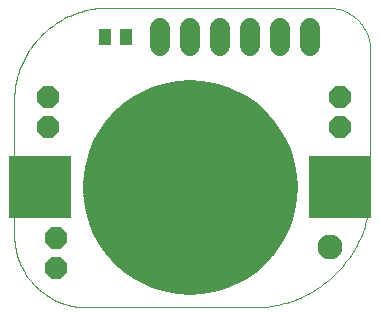
<source format=gbs>
G75*
%MOIN*%
%OFA0B0*%
%FSLAX25Y25*%
%IPPOS*%
%LPD*%
%AMOC8*
5,1,8,0,0,1.08239X$1,22.5*
%
%ADD10C,0.00000*%
%ADD11R,0.03950X0.05524*%
%ADD12C,0.06800*%
%ADD13R,0.16800X0.16800*%
%ADD14R,0.20800X0.20800*%
%ADD15C,0.00500*%
%ADD16OC8,0.07400*%
%ADD17C,0.08300*%
D10*
X0032342Y0015582D02*
X0087749Y0015582D01*
X0087749Y0015583D02*
X0088693Y0015594D01*
X0089636Y0015629D01*
X0090578Y0015686D01*
X0091518Y0015765D01*
X0092456Y0015868D01*
X0093391Y0015993D01*
X0094324Y0016140D01*
X0095252Y0016311D01*
X0096176Y0016503D01*
X0097095Y0016718D01*
X0098008Y0016955D01*
X0098915Y0017214D01*
X0099816Y0017494D01*
X0100710Y0017797D01*
X0101597Y0018121D01*
X0102475Y0018466D01*
X0103345Y0018832D01*
X0104205Y0019220D01*
X0105056Y0019628D01*
X0105897Y0020056D01*
X0106727Y0020505D01*
X0107546Y0020973D01*
X0108354Y0021461D01*
X0109149Y0021969D01*
X0109932Y0022496D01*
X0110703Y0023041D01*
X0111459Y0023605D01*
X0112202Y0024187D01*
X0112931Y0024787D01*
X0113645Y0025404D01*
X0114343Y0026038D01*
X0115027Y0026689D01*
X0115694Y0027356D01*
X0116345Y0028040D01*
X0116979Y0028738D01*
X0117596Y0029452D01*
X0118196Y0030181D01*
X0118778Y0030924D01*
X0119342Y0031680D01*
X0119887Y0032451D01*
X0120414Y0033234D01*
X0120922Y0034029D01*
X0121410Y0034837D01*
X0121878Y0035656D01*
X0122327Y0036486D01*
X0122755Y0037327D01*
X0123163Y0038178D01*
X0123551Y0039038D01*
X0123917Y0039908D01*
X0124262Y0040786D01*
X0124586Y0041673D01*
X0124889Y0042567D01*
X0125169Y0043468D01*
X0125428Y0044375D01*
X0125665Y0045288D01*
X0125880Y0046207D01*
X0126072Y0047131D01*
X0126243Y0048059D01*
X0126390Y0048992D01*
X0126515Y0049927D01*
X0126618Y0050865D01*
X0126697Y0051805D01*
X0126754Y0052747D01*
X0126789Y0053690D01*
X0126800Y0054634D01*
X0126800Y0101417D01*
X0126796Y0101757D01*
X0126784Y0102098D01*
X0126763Y0102437D01*
X0126734Y0102777D01*
X0126697Y0103115D01*
X0126652Y0103452D01*
X0126599Y0103789D01*
X0126538Y0104123D01*
X0126468Y0104457D01*
X0126391Y0104788D01*
X0126305Y0105118D01*
X0126212Y0105445D01*
X0126111Y0105770D01*
X0126001Y0106093D01*
X0125885Y0106412D01*
X0125760Y0106729D01*
X0125628Y0107043D01*
X0125488Y0107353D01*
X0125341Y0107660D01*
X0125186Y0107964D01*
X0125025Y0108263D01*
X0124856Y0108559D01*
X0124679Y0108850D01*
X0124496Y0109137D01*
X0124306Y0109419D01*
X0124110Y0109697D01*
X0123906Y0109970D01*
X0123696Y0110238D01*
X0123480Y0110501D01*
X0123257Y0110758D01*
X0123028Y0111010D01*
X0122794Y0111257D01*
X0122553Y0111498D01*
X0122306Y0111732D01*
X0122054Y0111961D01*
X0121797Y0112184D01*
X0121534Y0112400D01*
X0121266Y0112610D01*
X0120993Y0112814D01*
X0120715Y0113010D01*
X0120433Y0113200D01*
X0120146Y0113383D01*
X0119855Y0113560D01*
X0119559Y0113729D01*
X0119260Y0113890D01*
X0118956Y0114045D01*
X0118649Y0114192D01*
X0118339Y0114332D01*
X0118025Y0114464D01*
X0117708Y0114589D01*
X0117389Y0114705D01*
X0117066Y0114815D01*
X0116741Y0114916D01*
X0116414Y0115009D01*
X0116084Y0115095D01*
X0115753Y0115172D01*
X0115419Y0115242D01*
X0115085Y0115303D01*
X0114748Y0115356D01*
X0114411Y0115401D01*
X0114073Y0115438D01*
X0113733Y0115467D01*
X0113394Y0115488D01*
X0113053Y0115500D01*
X0112713Y0115504D01*
X0039260Y0115504D01*
X0038507Y0115495D01*
X0037755Y0115468D01*
X0037003Y0115422D01*
X0036253Y0115359D01*
X0035504Y0115277D01*
X0034758Y0115177D01*
X0034014Y0115059D01*
X0033273Y0114923D01*
X0032536Y0114770D01*
X0031803Y0114599D01*
X0031074Y0114409D01*
X0030350Y0114203D01*
X0029631Y0113979D01*
X0028917Y0113738D01*
X0028210Y0113479D01*
X0027509Y0113204D01*
X0026815Y0112911D01*
X0026129Y0112602D01*
X0025450Y0112277D01*
X0024779Y0111935D01*
X0024116Y0111577D01*
X0023463Y0111203D01*
X0022818Y0110813D01*
X0022183Y0110408D01*
X0021559Y0109988D01*
X0020944Y0109553D01*
X0020340Y0109103D01*
X0019747Y0108638D01*
X0019166Y0108160D01*
X0018596Y0107667D01*
X0018039Y0107161D01*
X0017494Y0106642D01*
X0016961Y0106109D01*
X0016442Y0105564D01*
X0015936Y0105007D01*
X0015443Y0104437D01*
X0014965Y0103856D01*
X0014500Y0103263D01*
X0014050Y0102659D01*
X0013615Y0102044D01*
X0013195Y0101420D01*
X0012790Y0100785D01*
X0012400Y0100140D01*
X0012026Y0099487D01*
X0011668Y0098824D01*
X0011326Y0098153D01*
X0011001Y0097474D01*
X0010692Y0096788D01*
X0010399Y0096094D01*
X0010124Y0095393D01*
X0009865Y0094686D01*
X0009624Y0093972D01*
X0009400Y0093253D01*
X0009194Y0092529D01*
X0009004Y0091800D01*
X0008833Y0091067D01*
X0008680Y0090330D01*
X0008544Y0089589D01*
X0008426Y0088845D01*
X0008326Y0088099D01*
X0008244Y0087350D01*
X0008181Y0086600D01*
X0008135Y0085848D01*
X0008108Y0085096D01*
X0008099Y0084343D01*
X0008099Y0039825D01*
X0008106Y0039230D01*
X0008128Y0038635D01*
X0008165Y0038042D01*
X0008216Y0037449D01*
X0008281Y0036857D01*
X0008361Y0036268D01*
X0008456Y0035680D01*
X0008565Y0035095D01*
X0008688Y0034513D01*
X0008826Y0033934D01*
X0008977Y0033359D01*
X0009143Y0032788D01*
X0009323Y0032220D01*
X0009516Y0031658D01*
X0009723Y0031100D01*
X0009944Y0030548D01*
X0010179Y0030001D01*
X0010427Y0029460D01*
X0010688Y0028925D01*
X0010962Y0028397D01*
X0011248Y0027876D01*
X0011548Y0027362D01*
X0011860Y0026855D01*
X0012185Y0026356D01*
X0012521Y0025866D01*
X0012870Y0025383D01*
X0013230Y0024910D01*
X0013602Y0024445D01*
X0013985Y0023990D01*
X0014379Y0023544D01*
X0014784Y0023108D01*
X0015200Y0022683D01*
X0015625Y0022267D01*
X0016061Y0021862D01*
X0016507Y0021468D01*
X0016962Y0021085D01*
X0017427Y0020713D01*
X0017900Y0020353D01*
X0018383Y0020004D01*
X0018873Y0019668D01*
X0019372Y0019343D01*
X0019879Y0019031D01*
X0020393Y0018731D01*
X0020914Y0018445D01*
X0021442Y0018171D01*
X0021977Y0017910D01*
X0022518Y0017662D01*
X0023065Y0017427D01*
X0023617Y0017206D01*
X0024175Y0016999D01*
X0024737Y0016806D01*
X0025305Y0016626D01*
X0025876Y0016460D01*
X0026451Y0016309D01*
X0027030Y0016171D01*
X0027612Y0016048D01*
X0028197Y0015939D01*
X0028785Y0015844D01*
X0029374Y0015764D01*
X0029966Y0015699D01*
X0030559Y0015648D01*
X0031152Y0015611D01*
X0031747Y0015589D01*
X0032342Y0015582D01*
D11*
X0038257Y0105582D03*
X0045343Y0105582D03*
D12*
X0056800Y0108582D02*
X0056800Y0102582D01*
X0066800Y0102582D02*
X0066800Y0108582D01*
X0076800Y0108582D02*
X0076800Y0102582D01*
X0086800Y0102582D02*
X0086800Y0108582D01*
X0096800Y0108582D02*
X0096800Y0102582D01*
X0106800Y0102582D02*
X0106800Y0108582D01*
D13*
X0066800Y0055582D03*
D14*
X0116800Y0055582D03*
X0016800Y0055582D03*
D15*
X0031367Y0055582D02*
X0031590Y0051615D01*
X0032255Y0047698D01*
X0033355Y0043880D01*
X0034876Y0040209D01*
X0036798Y0036731D01*
X0039097Y0033490D01*
X0041745Y0030527D01*
X0044708Y0027880D01*
X0047948Y0025580D01*
X0051426Y0023658D01*
X0055097Y0022138D01*
X0058915Y0021038D01*
X0062833Y0020372D01*
X0066800Y0020149D01*
X0070767Y0020372D01*
X0074685Y0021038D01*
X0078503Y0022138D01*
X0082174Y0023658D01*
X0085652Y0025580D01*
X0088892Y0027880D01*
X0091855Y0030527D01*
X0094503Y0033490D01*
X0096802Y0036731D01*
X0098724Y0040209D01*
X0100245Y0043880D01*
X0101345Y0047698D01*
X0102010Y0051615D01*
X0102233Y0055582D01*
X0102010Y0059550D01*
X0101345Y0063467D01*
X0100245Y0067285D01*
X0098724Y0070956D01*
X0096802Y0074434D01*
X0094503Y0077675D01*
X0091855Y0080637D01*
X0088892Y0083285D01*
X0085652Y0085584D01*
X0082174Y0087506D01*
X0078503Y0089027D01*
X0074685Y0090127D01*
X0070767Y0090793D01*
X0066800Y0091015D01*
X0062833Y0090793D01*
X0058915Y0090127D01*
X0055097Y0089027D01*
X0051426Y0087506D01*
X0047948Y0085584D01*
X0044708Y0083285D01*
X0041745Y0080637D01*
X0039097Y0077675D01*
X0036798Y0074434D01*
X0034876Y0070956D01*
X0033355Y0067285D01*
X0032255Y0063467D01*
X0031590Y0059550D01*
X0031367Y0055582D01*
X0031372Y0055664D02*
X0102228Y0055664D01*
X0102210Y0055166D02*
X0031390Y0055166D01*
X0031418Y0054667D02*
X0102182Y0054667D01*
X0102154Y0054169D02*
X0031446Y0054169D01*
X0031474Y0053670D02*
X0102126Y0053670D01*
X0102098Y0053172D02*
X0031502Y0053172D01*
X0031530Y0052673D02*
X0102070Y0052673D01*
X0102042Y0052174D02*
X0031558Y0052174D01*
X0031586Y0051676D02*
X0102014Y0051676D01*
X0101936Y0051177D02*
X0031664Y0051177D01*
X0031749Y0050679D02*
X0101851Y0050679D01*
X0101766Y0050180D02*
X0031833Y0050180D01*
X0031918Y0049682D02*
X0101682Y0049682D01*
X0101597Y0049183D02*
X0032003Y0049183D01*
X0032088Y0048685D02*
X0101512Y0048685D01*
X0101428Y0048186D02*
X0032172Y0048186D01*
X0032258Y0047688D02*
X0101342Y0047688D01*
X0101198Y0047189D02*
X0032402Y0047189D01*
X0032545Y0046691D02*
X0101055Y0046691D01*
X0100911Y0046192D02*
X0032689Y0046192D01*
X0032833Y0045694D02*
X0100767Y0045694D01*
X0100624Y0045195D02*
X0032976Y0045195D01*
X0033120Y0044697D02*
X0100480Y0044697D01*
X0100337Y0044198D02*
X0033263Y0044198D01*
X0033430Y0043700D02*
X0100170Y0043700D01*
X0099964Y0043201D02*
X0033636Y0043201D01*
X0033843Y0042703D02*
X0099757Y0042703D01*
X0099551Y0042204D02*
X0034049Y0042204D01*
X0034256Y0041706D02*
X0099344Y0041706D01*
X0099138Y0041207D02*
X0034462Y0041207D01*
X0034669Y0040709D02*
X0098931Y0040709D01*
X0098725Y0040210D02*
X0034875Y0040210D01*
X0035151Y0039712D02*
X0098449Y0039712D01*
X0098174Y0039213D02*
X0035426Y0039213D01*
X0035702Y0038715D02*
X0097898Y0038715D01*
X0097623Y0038216D02*
X0035977Y0038216D01*
X0036253Y0037718D02*
X0097347Y0037718D01*
X0097072Y0037219D02*
X0036528Y0037219D01*
X0036805Y0036721D02*
X0096795Y0036721D01*
X0096441Y0036222D02*
X0037159Y0036222D01*
X0037513Y0035724D02*
X0096087Y0035724D01*
X0095734Y0035225D02*
X0037866Y0035225D01*
X0038220Y0034727D02*
X0095380Y0034727D01*
X0095026Y0034228D02*
X0038574Y0034228D01*
X0038927Y0033730D02*
X0094673Y0033730D01*
X0094271Y0033231D02*
X0039329Y0033231D01*
X0039774Y0032733D02*
X0093826Y0032733D01*
X0093380Y0032234D02*
X0040220Y0032234D01*
X0040665Y0031736D02*
X0092935Y0031736D01*
X0092489Y0031237D02*
X0041111Y0031237D01*
X0041556Y0030739D02*
X0092044Y0030739D01*
X0091533Y0030240D02*
X0042067Y0030240D01*
X0042624Y0029741D02*
X0090976Y0029741D01*
X0090418Y0029243D02*
X0043182Y0029243D01*
X0043740Y0028744D02*
X0089860Y0028744D01*
X0089302Y0028246D02*
X0044298Y0028246D01*
X0044894Y0027747D02*
X0088706Y0027747D01*
X0088003Y0027249D02*
X0045597Y0027249D01*
X0046299Y0026750D02*
X0087301Y0026750D01*
X0086598Y0026252D02*
X0047002Y0026252D01*
X0047705Y0025753D02*
X0085895Y0025753D01*
X0085063Y0025255D02*
X0048537Y0025255D01*
X0049439Y0024756D02*
X0084161Y0024756D01*
X0083259Y0024258D02*
X0050341Y0024258D01*
X0051243Y0023759D02*
X0082357Y0023759D01*
X0081214Y0023261D02*
X0052386Y0023261D01*
X0053589Y0022762D02*
X0080011Y0022762D01*
X0078807Y0022264D02*
X0054793Y0022264D01*
X0056390Y0021765D02*
X0077210Y0021765D01*
X0075480Y0021267D02*
X0058120Y0021267D01*
X0060501Y0020768D02*
X0073099Y0020768D01*
X0068945Y0020270D02*
X0064655Y0020270D01*
X0031400Y0056163D02*
X0102200Y0056163D01*
X0102173Y0056661D02*
X0031428Y0056661D01*
X0031456Y0057160D02*
X0102145Y0057160D01*
X0102117Y0057658D02*
X0031484Y0057658D01*
X0031512Y0058157D02*
X0102089Y0058157D01*
X0102061Y0058655D02*
X0031539Y0058655D01*
X0031567Y0059154D02*
X0102033Y0059154D01*
X0101993Y0059652D02*
X0031607Y0059652D01*
X0031692Y0060151D02*
X0101908Y0060151D01*
X0101823Y0060649D02*
X0031777Y0060649D01*
X0031861Y0061148D02*
X0101739Y0061148D01*
X0101654Y0061646D02*
X0031946Y0061646D01*
X0032031Y0062145D02*
X0101569Y0062145D01*
X0101485Y0062643D02*
X0032115Y0062643D01*
X0032200Y0063142D02*
X0101400Y0063142D01*
X0101295Y0063640D02*
X0032305Y0063640D01*
X0032449Y0064139D02*
X0101151Y0064139D01*
X0101008Y0064637D02*
X0032592Y0064637D01*
X0032736Y0065136D02*
X0100864Y0065136D01*
X0100720Y0065634D02*
X0032880Y0065634D01*
X0033023Y0066133D02*
X0100577Y0066133D01*
X0100433Y0066631D02*
X0033167Y0066631D01*
X0033311Y0067130D02*
X0100289Y0067130D01*
X0100103Y0067628D02*
X0033497Y0067628D01*
X0033704Y0068127D02*
X0099896Y0068127D01*
X0099690Y0068625D02*
X0033910Y0068625D01*
X0034117Y0069124D02*
X0099483Y0069124D01*
X0099277Y0069622D02*
X0034323Y0069622D01*
X0034530Y0070121D02*
X0099070Y0070121D01*
X0098864Y0070619D02*
X0034736Y0070619D01*
X0034965Y0071118D02*
X0098635Y0071118D01*
X0098359Y0071616D02*
X0035241Y0071616D01*
X0035516Y0072115D02*
X0098084Y0072115D01*
X0097808Y0072613D02*
X0035792Y0072613D01*
X0036067Y0073112D02*
X0097533Y0073112D01*
X0097257Y0073610D02*
X0036343Y0073610D01*
X0036618Y0074109D02*
X0096982Y0074109D01*
X0096679Y0074608D02*
X0036921Y0074608D01*
X0037275Y0075106D02*
X0096325Y0075106D01*
X0095971Y0075605D02*
X0037629Y0075605D01*
X0037982Y0076103D02*
X0095618Y0076103D01*
X0095264Y0076602D02*
X0038336Y0076602D01*
X0038690Y0077100D02*
X0094910Y0077100D01*
X0094557Y0077599D02*
X0039043Y0077599D01*
X0039475Y0078097D02*
X0094125Y0078097D01*
X0093680Y0078596D02*
X0039920Y0078596D01*
X0040366Y0079094D02*
X0093234Y0079094D01*
X0092789Y0079593D02*
X0040811Y0079593D01*
X0041257Y0080091D02*
X0092343Y0080091D01*
X0091898Y0080590D02*
X0041702Y0080590D01*
X0042249Y0081088D02*
X0091351Y0081088D01*
X0090793Y0081587D02*
X0042807Y0081587D01*
X0043365Y0082085D02*
X0090235Y0082085D01*
X0089677Y0082584D02*
X0043923Y0082584D01*
X0044481Y0083082D02*
X0089119Y0083082D01*
X0088476Y0083581D02*
X0045124Y0083581D01*
X0045827Y0084079D02*
X0087773Y0084079D01*
X0087070Y0084578D02*
X0046530Y0084578D01*
X0047232Y0085076D02*
X0086368Y0085076D01*
X0085665Y0085575D02*
X0047935Y0085575D01*
X0048833Y0086073D02*
X0084767Y0086073D01*
X0083865Y0086572D02*
X0049735Y0086572D01*
X0050637Y0087070D02*
X0082963Y0087070D01*
X0082023Y0087569D02*
X0051577Y0087569D01*
X0052780Y0088067D02*
X0080820Y0088067D01*
X0079616Y0088566D02*
X0053984Y0088566D01*
X0055227Y0089064D02*
X0078373Y0089064D01*
X0076643Y0089563D02*
X0056957Y0089563D01*
X0058687Y0090061D02*
X0074913Y0090061D01*
X0072137Y0090560D02*
X0061463Y0090560D01*
D16*
X0022050Y0028582D03*
X0022050Y0038582D03*
X0019300Y0075582D03*
X0019300Y0085582D03*
X0116800Y0085582D03*
X0116800Y0075582D03*
D17*
X0113300Y0035832D03*
M02*

</source>
